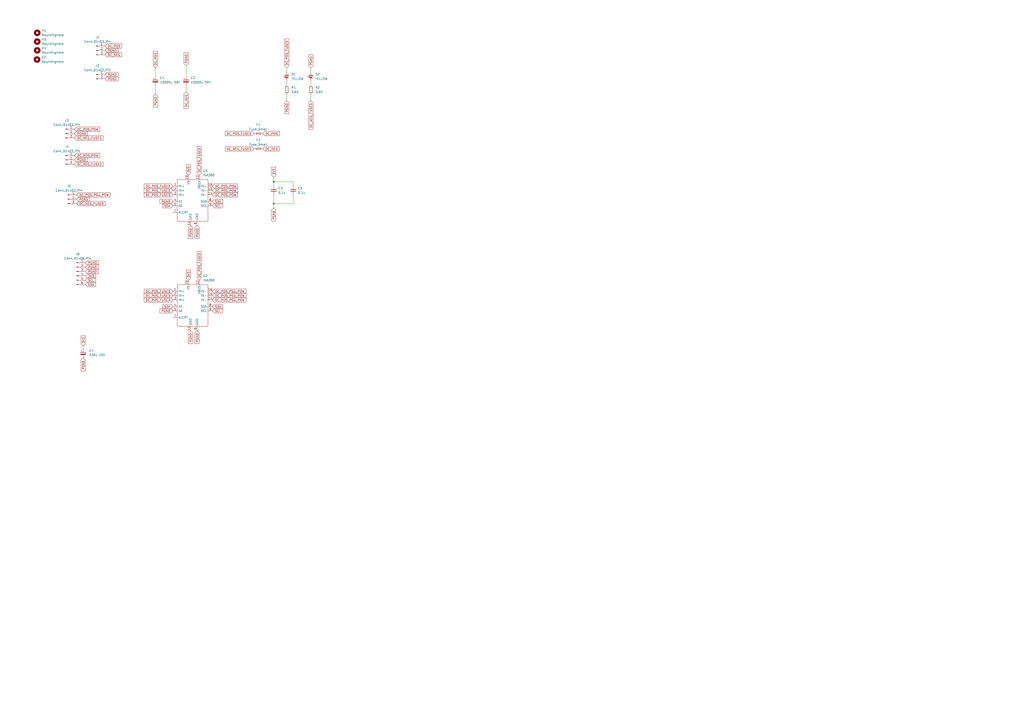
<source format=kicad_sch>
(kicad_sch (version 20231120) (generator "eeschema") (generator_version "8.0")
  (paper "A2")
  (lib_symbols
    (symbol "Connector:Conn_01x02_Pin" (pin_names (offset 1.016) hide)
      (property "Reference" "J" (at 0 2.54 0))
      (property "Value" "Conn_01x02_Pin" (at 0 -5.08 0))
      (symbol "Conn_01x02_Pin_1_1"
        (polyline (pts (xy 1.27 -2.54) (xy 0.8636 -2.54)) (stroke (width 0.1524)))
        (polyline (pts (xy 1.27 0) (xy 0.8636 0)) (stroke (width 0.1524)))
        (rectangle (start 0.8636 -2.413) (end 0 -2.667) (stroke (width 0.1524)) (fill (type outline)))
        (rectangle (start 0.8636 0.127) (end 0 -0.127) (stroke (width 0.1524)) (fill (type outline)))
        (pin passive line (at 5.08 0 180) (length 3.81) (name "Pin_1") (number "1"))
        (pin passive line (at 5.08 -2.54 180) (length 3.81) (name "Pin_2") (number "2"))
      )
    )
    (symbol "Connector:Conn_01x03_Pin" (pin_names (offset 1.016) hide)
      (property "Reference" "J" (at 0 5.08 0))
      (property "Value" "Conn_01x03_Pin" (at 0 -5.08 0))
      (symbol "Conn_01x03_Pin_1_1"
        (polyline (pts (xy 1.27 -2.54) (xy 0.8636 -2.54)) (stroke (width 0.1524)))
        (polyline (pts (xy 1.27 0) (xy 0.8636 0)) (stroke (width 0.1524)))
        (polyline (pts (xy 1.27 2.54) (xy 0.8636 2.54)) (stroke (width 0.1524)))
        (rectangle (start 0.8636 -2.413) (end 0 -2.667) (stroke (width 0.1524)) (fill (type outline)))
        (rectangle (start 0.8636 0.127) (end 0 -0.127) (stroke (width 0.1524)) (fill (type outline)))
        (rectangle (start 0.8636 2.667) (end 0 2.413) (stroke (width 0.1524)) (fill (type outline)))
        (pin passive line (at 5.08 2.54 180) (length 3.81) (name "Pin_1") (number "1"))
        (pin passive line (at 5.08 0 180) (length 3.81) (name "Pin_2") (number "2"))
        (pin passive line (at 5.08 -2.54 180) (length 3.81) (name "Pin_3") (number "3"))
      )
    )
    (symbol "Connector:Conn_01x06_Pin" (pin_names (offset 1.016) hide)
      (property "Reference" "J" (at 0 7.62 0))
      (property "Value" "Conn_01x06_Pin" (at 0 -10.16 0))
      (symbol "Conn_01x06_Pin_1_1"
        (polyline (pts (xy 1.27 -7.62) (xy 0.8636 -7.62)) (stroke (width 0.1524)))
        (polyline (pts (xy 1.27 -5.08) (xy 0.8636 -5.08)) (stroke (width 0.1524)))
        (polyline (pts (xy 1.27 -2.54) (xy 0.8636 -2.54)) (stroke (width 0.1524)))
        (polyline (pts (xy 1.27 0) (xy 0.8636 0)) (stroke (width 0.1524)))
        (polyline (pts (xy 1.27 2.54) (xy 0.8636 2.54)) (stroke (width 0.1524)))
        (polyline (pts (xy 1.27 5.08) (xy 0.8636 5.08)) (stroke (width 0.1524)))
        (rectangle (start 0.8636 -7.493) (end 0 -7.747) (stroke (width 0.1524)) (fill (type outline)))
        (rectangle (start 0.8636 -4.953) (end 0 -5.207) (stroke (width 0.1524)) (fill (type outline)))
        (rectangle (start 0.8636 -2.413) (end 0 -2.667) (stroke (width 0.1524)) (fill (type outline)))
        (rectangle (start 0.8636 0.127) (end 0 -0.127) (stroke (width 0.1524)) (fill (type outline)))
        (rectangle (start 0.8636 2.667) (end 0 2.413) (stroke (width 0.1524)) (fill (type outline)))
        (rectangle (start 0.8636 5.207) (end 0 4.953) (stroke (width 0.1524)) (fill (type outline)))
        (pin passive line (at 5.08 5.08 180) (length 3.81) (name "Pin_1") (number "1"))
        (pin passive line (at 5.08 2.54 180) (length 3.81) (name "Pin_2") (number "2"))
        (pin passive line (at 5.08 0 180) (length 3.81) (name "Pin_3") (number "3"))
        (pin passive line (at 5.08 -2.54 180) (length 3.81) (name "Pin_4") (number "4"))
        (pin passive line (at 5.08 -5.08 180) (length 3.81) (name "Pin_5") (number "5"))
        (pin passive line (at 5.08 -7.62 180) (length 3.81) (name "Pin_6") (number "6"))
      )
    )
    (symbol "Custom:INA260"
      (property "Reference" "U" (at 0 0 0))
      (property "Value" "INA260" (at 7.112 6.858 0))
      (symbol "INA260_0_1"
        (rectangle (start -8.89 33.02) (end 8.89 8.89))
      )
      (symbol "INA260_1_1"
        (pin input line (at -11.43 29.21 0) (length 2.54) (name "IN+") (number "1"))
        (pin input line (at -2.54 35.56 270) (length 2.54) (name "VS") (number "10"))
        (pin input line (at -1.27 6.35 90) (length 2.54) (name "GND") (number "11"))
        (pin input line (at 3.81 35.56 270) (length 2.54) (name "VBUS") (number "12"))
        (pin input line (at 11.43 24.13 180) (length 2.54) (name "IN-") (number "14"))
        (pin input line (at 11.43 26.67 180) (length 2.54) (name "IN-") (number "15"))
        (pin input line (at 11.43 29.21 180) (length 2.54) (name "IN-") (number "16"))
        (pin input line (at -11.43 26.67 0) (length 2.54) (name "IN+") (number "2"))
        (pin input line (at -11.43 24.13 0) (length 2.54) (name "IN+") (number "3"))
        (pin input line (at -11.43 20.32 0) (length 2.54) (name "A1") (number "4"))
        (pin input line (at -11.43 17.78 0) (length 2.54) (name "A0") (number "5"))
        (pin input line (at 2.54 6.35 90) (length 2.54) (name "GND") (number "6"))
        (pin input line (at -11.43 13.97 0) (length 2.54) (name "ALERT") (number "7"))
        (pin input line (at 11.43 20.32 180) (length 2.54) (name "SDA") (number "8"))
        (pin input line (at 11.43 17.78 180) (length 2.54) (name "SCL") (number "9"))
      )
    )
    (symbol "Device:C_Polarized_Small" (pin_numbers hide) (pin_names (offset 0.254) hide)
      (property "Reference" "C" (at 0.254 1.778 0))
      (property "Value" "C_Polarized_Small" (at 0.254 -2.032 0))
      (symbol "C_Polarized_Small_0_1"
        (rectangle (start -1.524 -0.3048) (end 1.524 -0.6858) (fill (type outline)))
        (rectangle (start -1.524 0.6858) (end 1.524 0.3048))
        (polyline (pts (xy -1.27 1.524) (xy -0.762 1.524)))
        (polyline (pts (xy -1.016 1.27) (xy -1.016 1.778)))
      )
      (symbol "C_Polarized_Small_1_1"
        (pin passive line (at 0 2.54 270) (length 1.8542) (name "~") (number "1"))
        (pin passive line (at 0 -2.54 90) (length 1.8542) (name "~") (number "2"))
      )
    )
    (symbol "Device:C_Small" (pin_numbers hide) (pin_names (offset 0.254) hide)
      (property "Reference" "C" (at 0.254 1.778 0))
      (property "Value" "C_Small" (at 0.254 -2.032 0))
      (symbol "C_Small_0_1"
        (polyline (pts (xy -1.524 -0.508) (xy 1.524 -0.508)) (stroke (width 0.3302)))
        (polyline (pts (xy -1.524 0.508) (xy 1.524 0.508)) (stroke (width 0.3048)))
      )
      (symbol "C_Small_1_1"
        (pin passive line (at 0 2.54 270) (length 2.032) (name "~") (number "1"))
        (pin passive line (at 0 -2.54 90) (length 2.032) (name "~") (number "2"))
      )
    )
    (symbol "Device:Fuse_Small" (pin_numbers hide) (pin_names (offset 0.254) hide)
      (property "Reference" "F" (at 0 -1.524 0))
      (property "Value" "Fuse_Small" (at 0 1.524 0))
      (symbol "Fuse_Small_0_1"
        (rectangle (start -1.27 0.508) (end 1.27 -0.508))
        (polyline (pts (xy -1.27 0) (xy 1.27 0)))
      )
      (symbol "Fuse_Small_1_1"
        (pin passive line (at -2.54 0 0) (length 1.27) (name "~") (number "1"))
        (pin passive line (at 2.54 0 180) (length 1.27) (name "~") (number "2"))
      )
    )
    (symbol "Device:LED_Small" (pin_numbers hide) (pin_names (offset 0.254) hide)
      (property "Reference" "D" (at -1.27 3.175 0))
      (property "Value" "LED_Small" (at -4.445 -2.54 0))
      (symbol "LED_Small_0_1"
        (polyline (pts (xy -0.762 -1.016) (xy -0.762 1.016)) (stroke (width 0.254)))
        (polyline (pts (xy 1.016 0) (xy -0.762 0)))
        (polyline (pts (xy 0.762 -1.016) (xy -0.762 0) (xy 0.762 1.016) (xy 0.762 -1.016)) (stroke (width 0.254)))
        (polyline (pts (xy 0 0.762) (xy -0.508 1.27) (xy -0.254 1.27) (xy -0.508 1.27) (xy -0.508 1.016)))
        (polyline (pts (xy 0.508 1.27) (xy 0 1.778) (xy 0.254 1.778) (xy 0 1.778) (xy 0 1.524)))
      )
      (symbol "LED_Small_1_1"
        (pin passive line (at -2.54 0 0) (length 1.778) (name "K") (number "1"))
        (pin passive line (at 2.54 0 180) (length 1.778) (name "A") (number "2"))
      )
    )
    (symbol "Device:R_Small" (pin_numbers hide) (pin_names (offset 0.254) hide)
      (property "Reference" "R" (at 0.762 0.508 0))
      (property "Value" "R_Small" (at 0.762 -1.016 0))
      (symbol "R_Small_0_1"
        (rectangle (start -0.762 1.778) (end 0.762 -1.778) (stroke (width 0.2032)))
      )
      (symbol "R_Small_1_1"
        (pin passive line (at 0 2.54 270) (length 0.762) (name "~") (number "1"))
        (pin passive line (at 0 -2.54 90) (length 0.762) (name "~") (number "2"))
      )
    )
    (symbol "Mechanical:MountingHole" (pin_names (offset 1.016))
      (property "Reference" "H" (at 0 5.08 0))
      (property "Value" "MountingHole" (at 0 3.175 0))
      (symbol "MountingHole_0_1"
        (circle (center 0 0) (radius 1.27) (stroke (width 1.27)))
      )
    )
  )
  (junction (at 158.75 105.41))
  (junction (at 158.75 118.11))
  (wire (pts (xy 170.18 105.41) (xy 158.75 105.41)))
  (wire (pts (xy 180.34 58.42) (xy 180.34 54.61)))
  (wire (pts (xy 166.37 49.53) (xy 166.37 46.99)))
  (wire (pts (xy 158.75 105.41) (xy 158.75 107.95)))
  (wire (pts (xy 170.18 118.11) (xy 158.75 118.11)))
  (wire (pts (xy 48.26 200.66) (xy 48.26 202.565)))
  (wire (pts (xy 170.18 107.95) (xy 170.18 105.41)))
  (wire (pts (xy 180.34 39.37) (xy 180.34 41.91)))
  (wire (pts (xy 107.95 49.53) (xy 107.95 53.34)))
  (wire (pts (xy 158.75 118.11) (xy 158.75 113.03)))
  (wire (pts (xy 90.17 44.45) (xy 90.17 39.37)))
  (wire (pts (xy 170.18 113.03) (xy 170.18 118.11)))
  (wire (pts (xy 158.75 120.65) (xy 158.75 118.11)))
  (wire (pts (xy 180.34 49.53) (xy 180.34 46.99)))
  (wire (pts (xy 107.95 38.1) (xy 107.95 44.45)))
  (wire (pts (xy 166.37 58.42) (xy 166.37 54.61)))
  (wire (pts (xy 90.17 54.61) (xy 90.17 49.53)))
  (wire (pts (xy 166.37 39.37) (xy 166.37 41.91)))
  (wire (pts (xy 158.75 102.87) (xy 158.75 105.41)))
  (global_label "PGND" (shape input) (at 43.18 77.47 0) (property "Intersheetrefs" "${INTERSHEET_REFS}" (effects (hide yes))))
  (global_label "PGND" (shape input) (at 49.53 152.4 0) (property "Intersheetrefs" "${INTERSHEET_REFS}" (effects (hide yes))))
  (global_label "DC_POS_PSU_POW" (shape input) (at 44.45 113.03 0) (property "Intersheetrefs" "${INTERSHEET_REFS}" (effects (hide yes))))
  (global_label "PGND" (shape input) (at 114.3 191.77 270) (property "Intersheetrefs" "${INTERSHEET_REFS}" (effects (hide yes))))
  (global_label "3V3" (shape input) (at 48.26 200.66 90) (property "Intersheetrefs" "${INTERSHEET_REFS}" (effects (hide yes))))
  (global_label "DC_NEG_FUSED" (shape input) (at 44.45 118.11 0) (property "Intersheetrefs" "${INTERSHEET_REFS}" (effects (hide yes))))
  (global_label "PGND" (shape input) (at 114.3 130.81 270) (property "Intersheetrefs" "${INTERSHEET_REFS}" (effects (hide yes))))
  (global_label "3V3" (shape input) (at 49.53 160.02 0) (property "Intersheetrefs" "${INTERSHEET_REFS}" (effects (hide yes))))
  (global_label "DC_POS" (shape input) (at 152.4 77.47 0) (property "Intersheetrefs" "${INTERSHEET_REFS}" (effects (hide yes))))
  (global_label "PGND" (shape input) (at 180.34 39.37 90) (property "Intersheetrefs" "${INTERSHEET_REFS}" (effects (hide yes))))
  (global_label "DC_POS_PSU_POW" (shape input) (at 123.19 171.45 0) (property "Intersheetrefs" "${INTERSHEET_REFS}" (effects (hide yes))))
  (global_label "DC_POS" (shape input) (at 90.17 39.37 90) (property "Intersheetrefs" "${INTERSHEET_REFS}" (effects (hide yes))))
  (global_label "PGND" (shape input) (at 166.37 58.42 270) (property "Intersheetrefs" "${INTERSHEET_REFS}" (effects (hide yes))))
  (global_label "DC_NEG_FUSED" (shape input) (at 180.34 58.42 270) (property "Intersheetrefs" "${INTERSHEET_REFS}" (effects (hide yes))))
  (global_label "DC_POS_FUSED" (shape input) (at 100.33 113.03 180) (property "Intersheetrefs" "${INTERSHEET_REFS}" (effects (hide yes))))
  (global_label "PGND" (shape input) (at 107.95 38.1 90) (property "Intersheetrefs" "${INTERSHEET_REFS}" (effects (hide yes))))
  (global_label "DC_NEG_FUSED" (shape input) (at 147.32 86.36 180) (property "Intersheetrefs" "${INTERSHEET_REFS}" (effects (hide yes))))
  (global_label "DC_POS" (shape input) (at 60.96 26.67 0) (property "Intersheetrefs" "${INTERSHEET_REFS}" (effects (hide yes))))
  (global_label "DC_POS_PSU_POW" (shape input) (at 123.19 173.99 0) (property "Intersheetrefs" "${INTERSHEET_REFS}" (effects (hide yes))))
  (global_label "DC_POS_POW" (shape input) (at 43.18 74.93 0) (property "Intersheetrefs" "${INTERSHEET_REFS}" (effects (hide yes))))
  (global_label "SCL" (shape input) (at 49.53 162.56 0) (property "Intersheetrefs" "${INTERSHEET_REFS}" (effects (hide yes))))
  (global_label "PGND" (shape input) (at 158.75 120.65 270) (property "Intersheetrefs" "${INTERSHEET_REFS}" (effects (hide yes))))
  (global_label "DC_POS_FUSED" (shape input) (at 115.57 101.6 90) (property "Intersheetrefs" "${INTERSHEET_REFS}" (effects (hide yes))))
  (global_label "PGND" (shape input) (at 49.53 154.94 0) (property "Intersheetrefs" "${INTERSHEET_REFS}" (effects (hide yes))))
  (global_label "PGND" (shape input) (at 60.96 43.18 0) (property "Intersheetrefs" "${INTERSHEET_REFS}" (effects (hide yes))))
  (global_label "PGND" (shape input) (at 60.96 45.72 0) (property "Intersheetrefs" "${INTERSHEET_REFS}" (effects (hide yes))))
  (global_label "PGND" (shape input) (at 90.17 54.61 270) (property "Intersheetrefs" "${INTERSHEET_REFS}" (effects (hide yes))))
  (global_label "DC_POS_FUSED" (shape input) (at 100.33 107.95 180) (property "Intersheetrefs" "${INTERSHEET_REFS}" (effects (hide yes))))
  (global_label "DC_NEG" (shape input) (at 60.96 31.75 0) (property "Intersheetrefs" "${INTERSHEET_REFS}" (effects (hide yes))))
  (global_label "PGND" (shape input) (at 43.18 92.71 0) (property "Intersheetrefs" "${INTERSHEET_REFS}" (effects (hide yes))))
  (global_label "3V3" (shape input) (at 158.75 102.87 90) (property "Intersheetrefs" "${INTERSHEET_REFS}" (effects (hide yes))))
  (global_label "PGND" (shape input) (at 100.33 180.34 180) (property "Intersheetrefs" "${INTERSHEET_REFS}" (effects (hide yes))))
  (global_label "PGND" (shape input) (at 110.49 191.77 270) (property "Intersheetrefs" "${INTERSHEET_REFS}" (effects (hide yes))))
  (global_label "DC_POS_POW" (shape input) (at 123.19 110.49 0) (property "Intersheetrefs" "${INTERSHEET_REFS}" (effects (hide yes))))
  (global_label "DC_POS_POW" (shape input) (at 43.18 90.17 0) (property "Intersheetrefs" "${INTERSHEET_REFS}" (effects (hide yes))))
  (global_label "PGND" (shape input) (at 49.53 157.48 0) (property "Intersheetrefs" "${INTERSHEET_REFS}" (effects (hide yes))))
  (global_label "DC_POS_FUSED" (shape input) (at 100.33 110.49 180) (property "Intersheetrefs" "${INTERSHEET_REFS}" (effects (hide yes))))
  (global_label "SDA" (shape input) (at 49.53 165.1 0) (property "Intersheetrefs" "${INTERSHEET_REFS}" (effects (hide yes))))
  (global_label "DC_POS_FUSED" (shape input) (at 100.33 168.91 180) (property "Intersheetrefs" "${INTERSHEET_REFS}" (effects (hide yes))))
  (global_label "PGND" (shape input) (at 100.33 116.84 180) (property "Intersheetrefs" "${INTERSHEET_REFS}" (effects (hide yes))))
  (global_label "SCL" (shape input) (at 123.19 119.38 0) (property "Intersheetrefs" "${INTERSHEET_REFS}" (effects (hide yes))))
  (global_label "DC_NEG" (shape input) (at 152.4 86.36 0) (property "Intersheetrefs" "${INTERSHEET_REFS}" (effects (hide yes))))
  (global_label "DC_POS_POW" (shape input) (at 123.19 107.95 0) (property "Intersheetrefs" "${INTERSHEET_REFS}" (effects (hide yes))))
  (global_label "3V3" (shape input) (at 109.22 101.6 90) (property "Intersheetrefs" "${INTERSHEET_REFS}" (effects (hide yes))))
  (global_label "PGND" (shape input) (at 60.96 29.21 0) (property "Intersheetrefs" "${INTERSHEET_REFS}" (effects (hide yes))))
  (global_label "DC_POS_POW" (shape input) (at 123.19 113.03 0) (property "Intersheetrefs" "${INTERSHEET_REFS}" (effects (hide yes))))
  (global_label "SCL" (shape input) (at 123.19 180.34 0) (property "Intersheetrefs" "${INTERSHEET_REFS}" (effects (hide yes))))
  (global_label "PGND" (shape input) (at 48.26 207.645 270) (property "Intersheetrefs" "${INTERSHEET_REFS}" (effects (hide yes))))
  (global_label "DC_POS_PSU_POW" (shape input) (at 123.19 168.91 0) (property "Intersheetrefs" "${INTERSHEET_REFS}" (effects (hide yes))))
  (global_label "DC_NEG" (shape input) (at 107.95 53.34 270) (property "Intersheetrefs" "${INTERSHEET_REFS}" (effects (hide yes))))
  (global_label "DC_NEG_FUSED" (shape input) (at 43.18 95.25 0) (property "Intersheetrefs" "${INTERSHEET_REFS}" (effects (hide yes))))
  (global_label "DC_NEG_FUSED" (shape input) (at 43.18 80.01 0) (property "Intersheetrefs" "${INTERSHEET_REFS}" (effects (hide yes))))
  (global_label "PGND" (shape input) (at 110.49 130.81 270) (property "Intersheetrefs" "${INTERSHEET_REFS}" (effects (hide yes))))
  (global_label "DC_POS_FUSED" (shape input) (at 147.32 77.47 180) (property "Intersheetrefs" "${INTERSHEET_REFS}" (effects (hide yes))))
  (global_label "3V3" (shape input) (at 109.22 162.56 90) (property "Intersheetrefs" "${INTERSHEET_REFS}" (effects (hide yes))))
  (global_label "SDA" (shape input) (at 100.33 177.8 180) (property "Intersheetrefs" "${INTERSHEET_REFS}" (effects (hide yes))))
  (global_label "DC_POS_FUSED" (shape input) (at 115.57 162.56 90) (property "Intersheetrefs" "${INTERSHEET_REFS}" (effects (hide yes))))
  (global_label "DC_POS_FUSED" (shape input) (at 166.37 39.37 90) (property "Intersheetrefs" "${INTERSHEET_REFS}" (effects (hide yes))))
  (global_label "DC_POS_FUSED" (shape input) (at 100.33 173.99 180) (property "Intersheetrefs" "${INTERSHEET_REFS}" (effects (hide yes))))
  (global_label "SDA" (shape input) (at 123.19 116.84 0) (property "Intersheetrefs" "${INTERSHEET_REFS}" (effects (hide yes))))
  (global_label "SDA" (shape input) (at 123.19 177.8 0) (property "Intersheetrefs" "${INTERSHEET_REFS}" (effects (hide yes))))
  (global_label "PGND" (shape input) (at 44.45 115.57 0) (property "Intersheetrefs" "${INTERSHEET_REFS}" (effects (hide yes))))
  (global_label "SDA" (shape input) (at 100.33 119.38 180) (property "Intersheetrefs" "${INTERSHEET_REFS}" (effects (hide yes))))
  (global_label "DC_POS_FUSED" (shape input) (at 100.33 171.45 180) (property "Intersheetrefs" "${INTERSHEET_REFS}" (effects (hide yes))))
  (symbol (lib_id "Mechanical:MountingHole") (at 21.59 29.21 0) (unit 1)
    (property "Reference" "H4" (at 24.13 27.9399 0) (effects (justify left)))
    (property "Value" "MountingHole" (at 24.13 30.4799 0) (effects (justify left)))
    (property "Footprint" "MountingHole:MountingHole_3.2mm_M3_DIN965_Pad_TopOnly" (effects (hide yes)))
  )
  (symbol (lib_id "Device:Fuse_Small") (at 149.86 86.36 0) (unit 1)
    (property "Reference" "F2" (at 149.86 81.28 0))
    (property "Value" "Fuse_Small" (at 149.86 83.82 0))
    (property "Footprint" "Custom:Aliexpress Fuse 5x20" (effects (hide yes)))
    (property "Description" "Fuse, small symbol" (effects (hide yes)))
  )
  (symbol (lib_id "Device:R_Small") (at 166.37 52.07 0) (unit 1)
    (property "Reference" "R1" (at 168.91 50.7999 0) (effects (justify left)))
    (property "Value" "3.6K" (at 168.91 53.3399 0) (effects (justify left)))
    (property "Footprint" "Resistor_SMD:R_0603_1608Metric_Pad0.98x0.95mm_HandSolder" (effects (hide yes)))
    (property "Description" "Resistor, small symbol" (effects (hide yes)))
  )
  (symbol (lib_id "Device:C_Small") (at 158.75 110.49 180) (unit 1)
    (property "Reference" "C3" (at 161.29 109.2135 0) (effects (justify right)))
    (property "Value" "0.1u" (at 161.29 111.7535 0) (effects (justify right)))
    (property "Footprint" "Capacitor_SMD:C_0805_2012Metric_Pad1.18x1.45mm_HandSolder" (effects (hide yes)))
    (property "Description" "Unpolarized capacitor, small symbol" (effects (hide yes)))
  )
  (symbol (lib_id "Connector:Conn_01x03_Pin") (at 55.88 29.21 0) (unit 1)
    (property "Reference" "J1" (at 56.515 21.59 0))
    (property "Value" "Conn_01x03_Pin" (at 56.515 24.13 0))
    (property "Footprint" "Connector_JST:JST_VH_B3P-VH-B_1x03_P3.96mm_Vertical" (effects (hide yes)))
    (property "Description" "Generic connector, single row, 01x03, script generated" (effects (hide yes)))
  )
  (symbol (lib_id "Device:C_Polarized_Small") (at 48.26 205.105 0) (unit 1)
    (property "Reference" "C4" (at 51.562 203.2888 0) (effects (justify left)))
    (property "Value" "220u 10V" (at 51.562 205.8288 0) (effects (justify left)))
    (property "Footprint" "Capacitor_THT:CP_Radial_D6.3mm_P2.50mm" (effects (hide yes)))
  )
  (symbol (lib_id "Device:LED_Small") (at 180.34 44.45 90) (unit 1)
    (property "Reference" "D2" (at 182.88 43.1164 90) (effects (justify right)))
    (property "Value" "YELLOW" (at 182.88 45.6564 90) (effects (justify right)))
    (property "Footprint" "LED_SMD:LED_0805_2012Metric_Pad1.15x1.40mm_HandSolder" (effects (hide yes)))
    (property "Description" "Light emitting diode, small symbol" (effects (hide yes)))
  )
  (symbol (lib_id "Device:Fuse_Small") (at 149.86 77.47 0) (unit 1)
    (property "Reference" "F1" (at 149.86 72.39 0))
    (property "Value" "Fuse_Small" (at 149.86 74.93 0))
    (property "Footprint" "Custom:Aliexpress Fuse 5x20" (effects (hide yes)))
    (property "Description" "Fuse, small symbol" (effects (hide yes)))
  )
  (symbol (lib_id "Device:C_Polarized_Small") (at 90.17 46.99 0) (unit 1)
    (property "Reference" "C1" (at 92.71 45.1738 0) (effects (justify left)))
    (property "Value" "10000u 50V" (at 92.71 47.7138 0) (effects (justify left)))
    (property "Footprint" "Capacitor_THT:CP_Radial_D25.0mm_P10.00mm_SnapIn" (effects (hide yes)))
    (property "Description" "Polarized capacitor, small symbol" (effects (hide yes)))
  )
  (symbol (lib_id "Mechanical:MountingHole") (at 21.59 24.13 0) (unit 1)
    (property "Reference" "H3" (at 24.13 22.8599 0) (effects (justify left)))
    (property "Value" "MountingHole" (at 24.13 25.3999 0) (effects (justify left)))
    (property "Footprint" "MountingHole:MountingHole_3.2mm_M3_DIN965_Pad_TopOnly" (effects (hide yes)))
  )
  (symbol (lib_id "Device:C_Polarized_Small") (at 107.95 46.99 0) (unit 1)
    (property "Reference" "C2" (at 110.49 45.1738 0) (effects (justify left)))
    (property "Value" "10000u 50V" (at 110.49 47.7138 0) (effects (justify left)))
    (property "Footprint" "Capacitor_THT:CP_Radial_D25.0mm_P10.00mm_SnapIn" (effects (hide yes)))
    (property "Description" "Polarized capacitor, small symbol" (effects (hide yes)))
  )
  (symbol (lib_id "Mechanical:MountingHole") (at 21.59 19.05 0) (unit 1)
    (property "Reference" "H1" (at 24.13 17.7799 0) (effects (justify left)))
    (property "Value" "MountingHole" (at 24.13 20.3199 0) (effects (justify left)))
    (property "Footprint" "MountingHole:MountingHole_3.2mm_M3_DIN965_Pad_TopOnly" (effects (hide yes)))
  )
  (symbol (lib_id "Connector:Conn_01x03_Pin") (at 39.37 115.57 0) (unit 1)
    (property "Reference" "J5" (at 40.005 107.95 0))
    (property "Value" "Conn_01x03_Pin" (at 40.005 110.49 0))
    (property "Footprint" "Connector_JST:JST_VH_B3P-VH-B_1x03_P3.96mm_Vertical" (effects (hide yes)))
    (property "Description" "Generic connector, single row, 01x03, script generated" (effects (hide yes)))
  )
  (symbol (lib_id "Device:C_Small") (at 170.18 110.49 180) (unit 1)
    (property "Reference" "C5" (at 172.72 109.2135 0) (effects (justify right)))
    (property "Value" "0.1u" (at 172.72 111.7535 0) (effects (justify right)))
    (property "Footprint" "Capacitor_SMD:C_0805_2012Metric_Pad1.18x1.45mm_HandSolder" (effects (hide yes)))
    (property "Description" "Unpolarized capacitor, small symbol" (effects (hide yes)))
  )
  (symbol (lib_id "Device:LED_Small") (at 166.37 44.45 90) (unit 1)
    (property "Reference" "D1" (at 168.91 43.1164 90) (effects (justify right)))
    (property "Value" "YELLOW" (at 168.91 45.6564 90) (effects (justify right)))
    (property "Footprint" "LED_SMD:LED_0805_2012Metric_Pad1.15x1.40mm_HandSolder" (effects (hide yes)))
    (property "Description" "Light emitting diode, small symbol" (effects (hide yes)))
  )
  (symbol (lib_id "Device:R_Small") (at 180.34 52.07 0) (unit 1)
    (property "Reference" "R2" (at 182.88 50.7999 0) (effects (justify left)))
    (property "Value" "3.6K" (at 182.88 53.3399 0) (effects (justify left)))
    (property "Footprint" "Resistor_SMD:R_0603_1608Metric_Pad0.98x0.95mm_HandSolder" (effects (hide yes)))
    (property "Description" "Resistor, small symbol" (effects (hide yes)))
  )
  (symbol (lib_id "Mechanical:MountingHole") (at 21.463 34.544 0) (unit 1)
    (property "Reference" "H2" (at 24.003 33.2739 0) (effects (justify left)))
    (property "Value" "MountingHole" (at 24.003 35.8139 0) (effects (justify left)))
    (property "Footprint" "MountingHole:MountingHole_3.2mm_M3_DIN965_Pad_TopOnly" (effects (hide yes)))
  )
  (symbol (lib_id "Connector:Conn_01x03_Pin") (at 38.1 92.71 0) (unit 1)
    (property "Reference" "J4" (at 38.735 85.09 0))
    (property "Value" "Conn_01x03_Pin" (at 38.735 87.63 0))
    (property "Footprint" "Connector_JST:JST_VH_B3P-VH-B_1x03_P3.96mm_Vertical" (effects (hide yes)))
    (property "Description" "Generic connector, single row, 01x03, script generated" (effects (hide yes)))
  )
  (symbol (lib_id "Custom:INA260") (at 111.76 198.12 0) (unit 1)
    (property "Reference" "U2" (at 117.7641 160.02 0) (effects (justify left)))
    (property "Value" "INA260" (at 117.7641 162.56 0) (effects (justify left)))
    (property "Footprint" "Package_SO:TSSOP-16_4.4x5mm_P0.65mm" (effects (hide yes)))
  )
  (symbol (lib_id "Custom:INA260") (at 111.76 137.16 0) (unit 1)
    (property "Reference" "U1" (at 117.7641 99.06 0) (effects (justify left)))
    (property "Value" "INA260" (at 117.7641 101.6 0) (effects (justify left)))
    (property "Footprint" "Package_SO:TSSOP-16_4.4x5mm_P0.65mm" (effects (hide yes)))
  )
  (symbol (lib_id "Connector:Conn_01x02_Pin") (at 55.88 43.18 0) (unit 1)
    (property "Reference" "J2" (at 56.515 38.1 0))
    (property "Value" "Conn_01x02_Pin" (at 56.515 40.64 0))
    (property "Footprint" "Connector_JST:JST_VH_B2P-VH-B_1x02_P3.96mm_Vertical" (effects (hide yes)))
    (property "Description" "Generic connector, single row, 01x02, script generated" (effects (hide yes)))
  )
  (symbol (lib_id "Connector:Conn_01x03_Pin") (at 38.1 77.47 0) (unit 1)
    (property "Reference" "J3" (at 38.735 69.85 0))
    (property "Value" "Conn_01x03_Pin" (at 38.735 72.39 0))
    (property "Footprint" "Connector_JST:JST_VH_B3P-VH-B_1x03_P3.96mm_Vertical" (effects (hide yes)))
    (property "Description" "Generic connector, single row, 01x03, script generated" (effects (hide yes)))
  )
  (symbol (lib_id "Connector:Conn_01x06_Pin") (at 44.45 157.48 0) (unit 1)
    (property "Reference" "J6" (at 45.085 147.32 0))
    (property "Value" "Conn_01x06_Pin" (at 45.085 149.86 0))
    (property "Footprint" "Connector_JST:JST_PH_B6B-PH-K_1x06_P2.00mm_Vertical" (effects (hide yes)))
    (property "Description" "Generic connector, single row, 01x06, script generated" (effects (hide yes)))
  )
)
</source>
